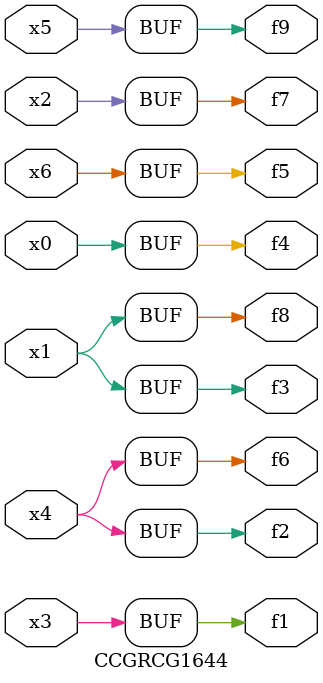
<source format=v>
module CCGRCG1644(
	input x0, x1, x2, x3, x4, x5, x6,
	output f1, f2, f3, f4, f5, f6, f7, f8, f9
);
	assign f1 = x3;
	assign f2 = x4;
	assign f3 = x1;
	assign f4 = x0;
	assign f5 = x6;
	assign f6 = x4;
	assign f7 = x2;
	assign f8 = x1;
	assign f9 = x5;
endmodule

</source>
